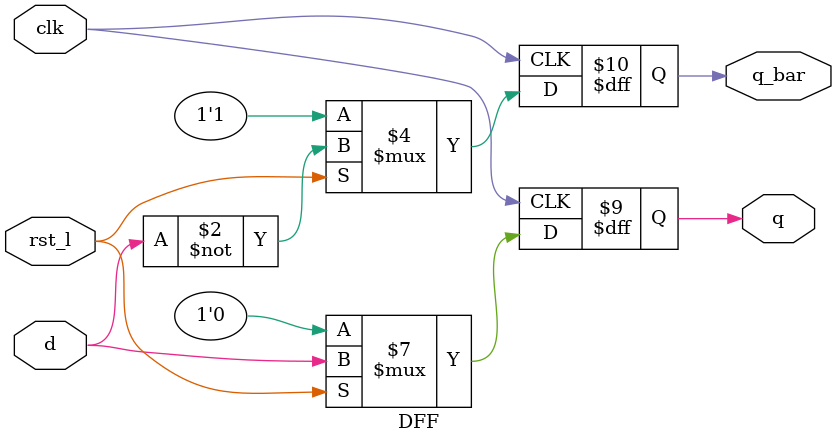
<source format=sv>
module DFF (
	input wire d,clk,rst_l,
	output reg q,q_bar
);
  
  always @(posedge clk) begin
    if (rst_l) begin
      q <= d;  
      q_bar <= ~d;
    end
    else begin
      q <= 1'b0;
      q_bar <= 1'b1;
    end
  end
  
endmodule
</source>
